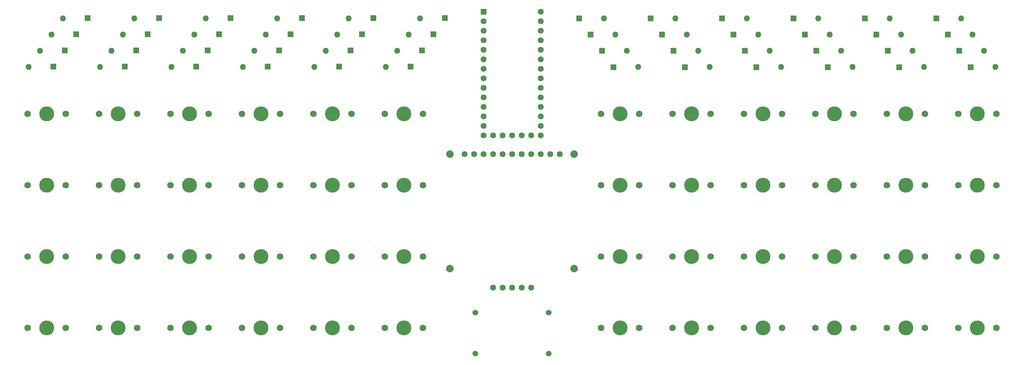
<source format=gts>
%TF.GenerationSoftware,KiCad,Pcbnew,(6.0.4-0)*%
%TF.CreationDate,2022-06-19T23:04:27+01:00*%
%TF.ProjectId,slimy,736c696d-792e-46b6-9963-61645f706362,rev?*%
%TF.SameCoordinates,Original*%
%TF.FileFunction,Soldermask,Top*%
%TF.FilePolarity,Negative*%
%FSLAX46Y46*%
G04 Gerber Fmt 4.6, Leading zero omitted, Abs format (unit mm)*
G04 Created by KiCad (PCBNEW (6.0.4-0)) date 2022-06-19 23:04:27*
%MOMM*%
%LPD*%
G01*
G04 APERTURE LIST*
%ADD10C,1.750000*%
%ADD11C,3.987800*%
%ADD12R,1.600000X1.600000*%
%ADD13O,1.600000X1.600000*%
%ADD14C,1.524000*%
%ADD15C,1.600000*%
%ADD16C,2.000000*%
G04 APERTURE END LIST*
D10*
%TO.C,K35*%
X287705800Y-154965400D03*
D11*
X282625800Y-154965400D03*
D10*
X277545800Y-154965400D03*
%TD*%
%TO.C,K31*%
X268655800Y-154965400D03*
D11*
X263575800Y-154965400D03*
D10*
X258495800Y-154965400D03*
%TD*%
%TO.C,K12*%
X134796200Y-174015400D03*
D11*
X129716200Y-174015400D03*
D10*
X124636200Y-174015400D03*
%TD*%
%TO.C,K19*%
X172896200Y-154965400D03*
D11*
X167816200Y-154965400D03*
D10*
X162736200Y-154965400D03*
%TD*%
%TO.C,K45*%
X344855800Y-116865400D03*
D11*
X339775800Y-116865400D03*
D10*
X334695800Y-116865400D03*
%TD*%
%TO.C,K9*%
X134796200Y-116865400D03*
D11*
X129716200Y-116865400D03*
D10*
X124636200Y-116865400D03*
%TD*%
%TO.C,K20*%
X172896200Y-174015400D03*
D11*
X167816200Y-174015400D03*
D10*
X162736200Y-174015400D03*
%TD*%
%TO.C,K44*%
X325805800Y-174015400D03*
D11*
X320725800Y-174015400D03*
D10*
X315645800Y-174015400D03*
%TD*%
%TO.C,K4*%
X96696200Y-174015400D03*
D11*
X91616200Y-174015400D03*
D10*
X86536200Y-174015400D03*
%TD*%
%TO.C,K39*%
X306755800Y-154965400D03*
D11*
X301675800Y-154965400D03*
D10*
X296595800Y-154965400D03*
%TD*%
%TO.C,K5*%
X115746200Y-116865400D03*
D11*
X110666200Y-116865400D03*
D10*
X105586200Y-116865400D03*
%TD*%
%TO.C,K16*%
X153846200Y-174015400D03*
D11*
X148766200Y-174015400D03*
D10*
X143686200Y-174015400D03*
%TD*%
%TO.C,K47*%
X344855800Y-154965400D03*
D11*
X339775800Y-154965400D03*
D10*
X334695800Y-154965400D03*
%TD*%
%TO.C,K7*%
X115746200Y-154965400D03*
D11*
X110666200Y-154965400D03*
D10*
X105586200Y-154965400D03*
%TD*%
%TO.C,K24*%
X191946200Y-174015400D03*
D11*
X186866200Y-174015400D03*
D10*
X181786200Y-174015400D03*
%TD*%
%TO.C,K30*%
X268655800Y-135915400D03*
D11*
X263575800Y-135915400D03*
D10*
X258495800Y-135915400D03*
%TD*%
%TO.C,K41*%
X325805800Y-116865400D03*
D11*
X320725800Y-116865400D03*
D10*
X315645800Y-116865400D03*
%TD*%
%TO.C,K25*%
X249605800Y-116865400D03*
D11*
X244525800Y-116865400D03*
D10*
X239445800Y-116865400D03*
%TD*%
%TO.C,K6*%
X115746200Y-135915400D03*
D11*
X110666200Y-135915400D03*
D10*
X105586200Y-135915400D03*
%TD*%
%TO.C,K14*%
X153846200Y-135915400D03*
D11*
X148766200Y-135915400D03*
D10*
X143686200Y-135915400D03*
%TD*%
%TO.C,K3*%
X96696200Y-154965400D03*
D11*
X91616200Y-154965400D03*
D10*
X86536200Y-154965400D03*
%TD*%
%TO.C,K48*%
X344855800Y-174015400D03*
D11*
X339775800Y-174015400D03*
D10*
X334695800Y-174015400D03*
%TD*%
%TO.C,K38*%
X306755800Y-135915400D03*
D11*
X301675800Y-135915400D03*
D10*
X296595800Y-135915400D03*
%TD*%
%TO.C,K32*%
X268655800Y-174015400D03*
D11*
X263575800Y-174015400D03*
D10*
X258495800Y-174015400D03*
%TD*%
%TO.C,K29*%
X268655800Y-116865400D03*
D11*
X263575800Y-116865400D03*
D10*
X258495800Y-116865400D03*
%TD*%
%TO.C,K26*%
X249605800Y-135915400D03*
D11*
X244525800Y-135915400D03*
D10*
X239445800Y-135915400D03*
%TD*%
%TO.C,K10*%
X134796200Y-135915400D03*
D11*
X129716200Y-135915400D03*
D10*
X124636200Y-135915400D03*
%TD*%
%TO.C,K18*%
X172896200Y-135915400D03*
D11*
X167816200Y-135915400D03*
D10*
X162736200Y-135915400D03*
%TD*%
%TO.C,K43*%
X325805800Y-154965400D03*
D11*
X320725800Y-154965400D03*
D10*
X315645800Y-154965400D03*
%TD*%
%TO.C,K1*%
X96696200Y-116865400D03*
D11*
X91616200Y-116865400D03*
D10*
X86536200Y-116865400D03*
%TD*%
%TO.C,K15*%
X153846200Y-154965400D03*
D11*
X148766200Y-154965400D03*
D10*
X143686200Y-154965400D03*
%TD*%
%TO.C,K33*%
X287705800Y-116865400D03*
D11*
X282625800Y-116865400D03*
D10*
X277545800Y-116865400D03*
%TD*%
%TO.C,K23*%
X191946200Y-154965400D03*
D11*
X186866200Y-154965400D03*
D10*
X181786200Y-154965400D03*
%TD*%
%TO.C,K11*%
X134796200Y-154965400D03*
D11*
X129716200Y-154965400D03*
D10*
X124636200Y-154965400D03*
%TD*%
%TO.C,K27*%
X249605800Y-154965400D03*
D11*
X244525800Y-154965400D03*
D10*
X239445800Y-154965400D03*
%TD*%
%TO.C,K8*%
X115746200Y-174015400D03*
D11*
X110666200Y-174015400D03*
D10*
X105586200Y-174015400D03*
%TD*%
%TO.C,K2*%
X96696200Y-135915400D03*
D11*
X91616200Y-135915400D03*
D10*
X86536200Y-135915400D03*
%TD*%
%TO.C,K36*%
X287705800Y-174015400D03*
D11*
X282625800Y-174015400D03*
D10*
X277545800Y-174015400D03*
%TD*%
%TO.C,K13*%
X153846200Y-116865400D03*
D11*
X148766200Y-116865400D03*
D10*
X143686200Y-116865400D03*
%TD*%
%TO.C,K42*%
X325805800Y-135915400D03*
D11*
X320725800Y-135915400D03*
D10*
X315645800Y-135915400D03*
%TD*%
%TO.C,K34*%
X287705800Y-135915400D03*
D11*
X282625800Y-135915400D03*
D10*
X277545800Y-135915400D03*
%TD*%
%TO.C,K40*%
X306755800Y-174015400D03*
D11*
X301675800Y-174015400D03*
D10*
X296595800Y-174015400D03*
%TD*%
%TO.C,K37*%
X306755800Y-116865400D03*
D11*
X301675800Y-116865400D03*
D10*
X296595800Y-116865400D03*
%TD*%
%TO.C,K28*%
X249605800Y-174015400D03*
D11*
X244525800Y-174015400D03*
D10*
X239445800Y-174015400D03*
%TD*%
%TO.C,K17*%
X172896200Y-116865400D03*
D11*
X167816200Y-116865400D03*
D10*
X162736200Y-116865400D03*
%TD*%
%TO.C,K22*%
X191946200Y-135915400D03*
D11*
X186866200Y-135915400D03*
D10*
X181786200Y-135915400D03*
%TD*%
%TO.C,K21*%
X191946200Y-116865400D03*
D11*
X186866200Y-116865400D03*
D10*
X181786200Y-116865400D03*
%TD*%
%TO.C,K46*%
X344855800Y-135915400D03*
D11*
X339775800Y-135915400D03*
D10*
X334695800Y-135915400D03*
%TD*%
D12*
%TO.C,D26*%
X239701800Y-100029480D03*
D13*
X246301800Y-99979480D03*
%TD*%
D12*
%TO.C,D28*%
X233605800Y-91373160D03*
D13*
X240205800Y-91323160D03*
%TD*%
D12*
%TO.C,D41*%
X318949800Y-104357640D03*
D13*
X325549800Y-104307640D03*
%TD*%
D12*
%TO.C,D39*%
X293803800Y-95701320D03*
D13*
X300403800Y-95651320D03*
%TD*%
D12*
%TO.C,D33*%
X280849800Y-104357640D03*
D13*
X287449800Y-104307640D03*
%TD*%
D12*
%TO.C,D1*%
X93392200Y-104257640D03*
D13*
X86792200Y-104307640D03*
%TD*%
D12*
%TO.C,D47*%
X331903800Y-95701320D03*
D13*
X338503800Y-95651320D03*
%TD*%
D12*
%TO.C,D25*%
X242749800Y-104357640D03*
D13*
X249349800Y-104307640D03*
%TD*%
D12*
%TO.C,D45*%
X337999800Y-104357640D03*
D13*
X344599800Y-104307640D03*
%TD*%
D12*
%TO.C,D44*%
X309805800Y-91373160D03*
D13*
X316405800Y-91323160D03*
%TD*%
D12*
%TO.C,D8*%
X121586200Y-91273160D03*
D13*
X114986200Y-91323160D03*
%TD*%
D12*
%TO.C,D37*%
X299899800Y-104357640D03*
D13*
X306499800Y-104307640D03*
%TD*%
D12*
%TO.C,D13*%
X150542200Y-104257640D03*
D13*
X143942200Y-104307640D03*
%TD*%
D12*
%TO.C,D31*%
X255703800Y-95701320D03*
D13*
X262303800Y-95651320D03*
%TD*%
D14*
%TO.C,U3*%
X225495200Y-169911600D03*
X225495200Y-180811600D03*
X205895200Y-169911600D03*
X205895200Y-180811600D03*
D15*
X220775200Y-163211600D03*
X218235200Y-163211600D03*
X215695200Y-163211600D03*
X213155200Y-163211600D03*
X210615200Y-163211600D03*
%TD*%
D12*
%TO.C,D35*%
X274753800Y-95701320D03*
D13*
X281353800Y-95651320D03*
%TD*%
D12*
%TO.C,D11*%
X137588200Y-95601320D03*
D13*
X130988200Y-95651320D03*
%TD*%
D12*
%TO.C,D34*%
X277801800Y-100029480D03*
D13*
X284401800Y-99979480D03*
%TD*%
D12*
%TO.C,D19*%
X175688200Y-95601320D03*
D13*
X169088200Y-95651320D03*
%TD*%
D12*
%TO.C,D29*%
X261799800Y-104357640D03*
D13*
X268399800Y-104307640D03*
%TD*%
D12*
%TO.C,D2*%
X96440200Y-99929480D03*
D13*
X89840200Y-99979480D03*
%TD*%
D12*
%TO.C,D6*%
X115490200Y-99929480D03*
D13*
X108890200Y-99979480D03*
%TD*%
D12*
%TO.C,D10*%
X134540200Y-99929480D03*
D13*
X127940200Y-99979480D03*
%TD*%
D12*
%TO.C,D9*%
X131492200Y-104257640D03*
D13*
X124892200Y-104307640D03*
%TD*%
D12*
%TO.C,D38*%
X296851800Y-100029480D03*
D13*
X303451800Y-99979480D03*
%TD*%
D12*
%TO.C,D20*%
X178736200Y-91273160D03*
D13*
X172136200Y-91323160D03*
%TD*%
D12*
%TO.C,D21*%
X188642200Y-104257640D03*
D13*
X182042200Y-104307640D03*
%TD*%
D12*
%TO.C,D23*%
X194738200Y-95601320D03*
D13*
X188138200Y-95651320D03*
%TD*%
D12*
%TO.C,D15*%
X156638200Y-95601320D03*
D13*
X150038200Y-95651320D03*
%TD*%
D12*
%TO.C,D46*%
X334951800Y-100029480D03*
D13*
X341551800Y-99979480D03*
%TD*%
D12*
%TO.C,U1*%
X208075200Y-89560400D03*
D15*
X208075200Y-92100400D03*
X208075200Y-94640400D03*
X208075200Y-97180400D03*
X208075200Y-99720400D03*
X208075200Y-102260400D03*
X208075200Y-104800400D03*
X208075200Y-107340400D03*
X208075200Y-109880400D03*
X208075200Y-112420400D03*
X208075200Y-114960400D03*
X208075200Y-117500400D03*
X208075200Y-120040400D03*
X208075200Y-122580400D03*
X210615200Y-122580400D03*
X213155200Y-122580400D03*
X215695200Y-122580400D03*
X218235200Y-122580400D03*
X220775200Y-122580400D03*
X223315200Y-122580400D03*
X223315200Y-120040400D03*
X223315200Y-117500400D03*
X223315200Y-114960400D03*
X223315200Y-112420400D03*
X223315200Y-109880400D03*
X223315200Y-107340400D03*
X223315200Y-104800400D03*
X223315200Y-102260400D03*
X223315200Y-99720400D03*
X223315200Y-97180400D03*
X223315200Y-94640400D03*
X223315200Y-92100400D03*
X223315200Y-89560400D03*
%TD*%
D16*
%TO.C,U2*%
X232255200Y-127559760D03*
X199135200Y-158159760D03*
X232255200Y-158159760D03*
X199135200Y-127559760D03*
D15*
X228395200Y-127559760D03*
X225855200Y-127559760D03*
X223315200Y-127559760D03*
X220775200Y-127559760D03*
X218235200Y-127559760D03*
X215695200Y-127559760D03*
X213155200Y-127559760D03*
X210615200Y-127559760D03*
X208075200Y-127559760D03*
X205535200Y-127559760D03*
X202995200Y-127559760D03*
%TD*%
D12*
%TO.C,D4*%
X102536200Y-91273160D03*
D13*
X95936200Y-91323160D03*
%TD*%
D12*
%TO.C,D42*%
X315901800Y-100029480D03*
D13*
X322501800Y-99979480D03*
%TD*%
D12*
%TO.C,D5*%
X112442200Y-104257640D03*
D13*
X105842200Y-104307640D03*
%TD*%
D12*
%TO.C,D12*%
X140636200Y-91273160D03*
D13*
X134036200Y-91323160D03*
%TD*%
D12*
%TO.C,D40*%
X290755800Y-91373160D03*
D13*
X297355800Y-91323160D03*
%TD*%
D12*
%TO.C,D18*%
X172640200Y-99929480D03*
D13*
X166040200Y-99979480D03*
%TD*%
D12*
%TO.C,D48*%
X328855800Y-91373160D03*
D13*
X335455800Y-91323160D03*
%TD*%
D12*
%TO.C,D3*%
X99488200Y-95601320D03*
D13*
X92888200Y-95651320D03*
%TD*%
D12*
%TO.C,D27*%
X236653800Y-95701320D03*
D13*
X243253800Y-95651320D03*
%TD*%
D12*
%TO.C,D22*%
X191690200Y-99929480D03*
D13*
X185090200Y-99979480D03*
%TD*%
D12*
%TO.C,D7*%
X118538200Y-95601320D03*
D13*
X111938200Y-95651320D03*
%TD*%
D12*
%TO.C,D14*%
X153590200Y-99929480D03*
D13*
X146990200Y-99979480D03*
%TD*%
D12*
%TO.C,D43*%
X312853800Y-95701320D03*
D13*
X319453800Y-95651320D03*
%TD*%
D12*
%TO.C,D36*%
X271705800Y-91373160D03*
D13*
X278305800Y-91323160D03*
%TD*%
D12*
%TO.C,D17*%
X169592200Y-104257640D03*
D13*
X162992200Y-104307640D03*
%TD*%
D12*
%TO.C,D16*%
X159686200Y-91273160D03*
D13*
X153086200Y-91323160D03*
%TD*%
D12*
%TO.C,D24*%
X197786200Y-91273160D03*
D13*
X191186200Y-91323160D03*
%TD*%
D12*
%TO.C,D30*%
X258751800Y-100029480D03*
D13*
X265351800Y-99979480D03*
%TD*%
D12*
%TO.C,D32*%
X252655800Y-91373160D03*
D13*
X259255800Y-91323160D03*
%TD*%
M02*

</source>
